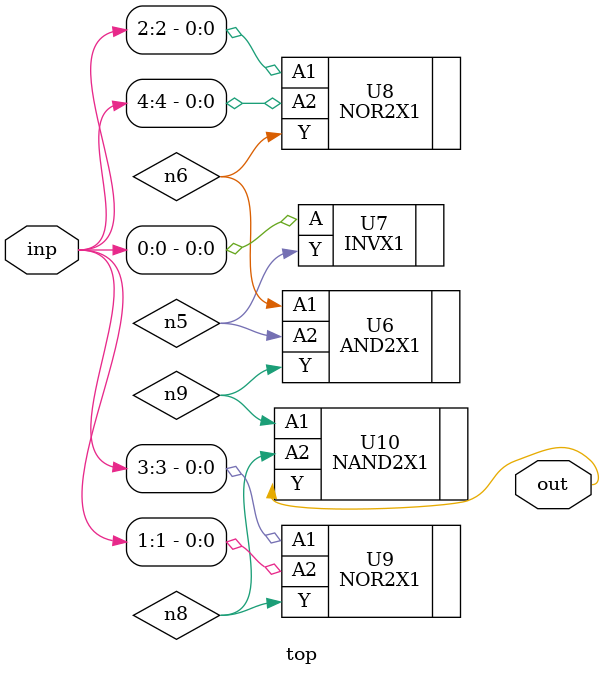
<source format=sv>


module top ( inp, out );
  input [4:0] inp;
  output out;
  wire   n5, n6, n8, n9;

  AND2X1 U6 ( .A1(n6), .A2(n5), .Y(n9) );
  INVX1 U7 ( .A(inp[0]), .Y(n5) );
  NOR2X1 U8 ( .A1(inp[2]), .A2(inp[4]), .Y(n6) );
  NOR2X1 U9 ( .A1(inp[3]), .A2(inp[1]), .Y(n8) );
  NAND2X1 U10 ( .A1(n9), .A2(n8), .Y(out) );
endmodule


</source>
